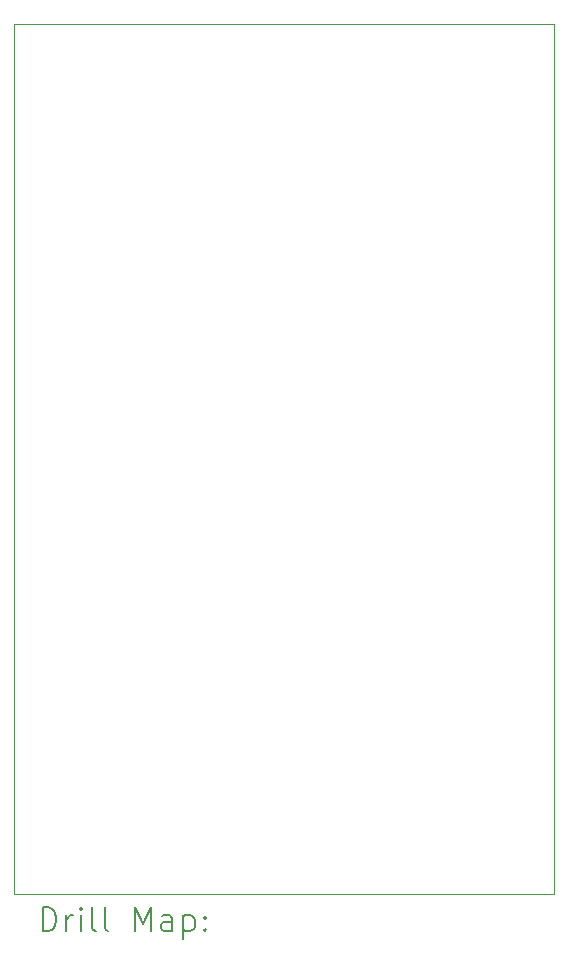
<source format=gbr>
%TF.GenerationSoftware,KiCad,Pcbnew,7.0.2-0*%
%TF.CreationDate,2023-11-12T18:20:21-05:00*%
%TF.ProjectId,Mux Module CD74HCT4067M,4d757820-4d6f-4647-956c-652043443734,rev?*%
%TF.SameCoordinates,Original*%
%TF.FileFunction,Drillmap*%
%TF.FilePolarity,Positive*%
%FSLAX45Y45*%
G04 Gerber Fmt 4.5, Leading zero omitted, Abs format (unit mm)*
G04 Created by KiCad (PCBNEW 7.0.2-0) date 2023-11-12 18:20:21*
%MOMM*%
%LPD*%
G01*
G04 APERTURE LIST*
%ADD10C,0.100000*%
%ADD11C,0.200000*%
G04 APERTURE END LIST*
D10*
X12700000Y-2286000D02*
X17272000Y-2286000D01*
X17272000Y-9652000D01*
X12700000Y-9652000D01*
X12700000Y-2286000D01*
D11*
X12942619Y-9969524D02*
X12942619Y-9769524D01*
X12942619Y-9769524D02*
X12990238Y-9769524D01*
X12990238Y-9769524D02*
X13018809Y-9779048D01*
X13018809Y-9779048D02*
X13037857Y-9798095D01*
X13037857Y-9798095D02*
X13047381Y-9817143D01*
X13047381Y-9817143D02*
X13056905Y-9855238D01*
X13056905Y-9855238D02*
X13056905Y-9883810D01*
X13056905Y-9883810D02*
X13047381Y-9921905D01*
X13047381Y-9921905D02*
X13037857Y-9940952D01*
X13037857Y-9940952D02*
X13018809Y-9960000D01*
X13018809Y-9960000D02*
X12990238Y-9969524D01*
X12990238Y-9969524D02*
X12942619Y-9969524D01*
X13142619Y-9969524D02*
X13142619Y-9836190D01*
X13142619Y-9874286D02*
X13152143Y-9855238D01*
X13152143Y-9855238D02*
X13161667Y-9845714D01*
X13161667Y-9845714D02*
X13180714Y-9836190D01*
X13180714Y-9836190D02*
X13199762Y-9836190D01*
X13266428Y-9969524D02*
X13266428Y-9836190D01*
X13266428Y-9769524D02*
X13256905Y-9779048D01*
X13256905Y-9779048D02*
X13266428Y-9788571D01*
X13266428Y-9788571D02*
X13275952Y-9779048D01*
X13275952Y-9779048D02*
X13266428Y-9769524D01*
X13266428Y-9769524D02*
X13266428Y-9788571D01*
X13390238Y-9969524D02*
X13371190Y-9960000D01*
X13371190Y-9960000D02*
X13361667Y-9940952D01*
X13361667Y-9940952D02*
X13361667Y-9769524D01*
X13495000Y-9969524D02*
X13475952Y-9960000D01*
X13475952Y-9960000D02*
X13466428Y-9940952D01*
X13466428Y-9940952D02*
X13466428Y-9769524D01*
X13723571Y-9969524D02*
X13723571Y-9769524D01*
X13723571Y-9769524D02*
X13790238Y-9912381D01*
X13790238Y-9912381D02*
X13856905Y-9769524D01*
X13856905Y-9769524D02*
X13856905Y-9969524D01*
X14037857Y-9969524D02*
X14037857Y-9864762D01*
X14037857Y-9864762D02*
X14028333Y-9845714D01*
X14028333Y-9845714D02*
X14009286Y-9836190D01*
X14009286Y-9836190D02*
X13971190Y-9836190D01*
X13971190Y-9836190D02*
X13952143Y-9845714D01*
X14037857Y-9960000D02*
X14018809Y-9969524D01*
X14018809Y-9969524D02*
X13971190Y-9969524D01*
X13971190Y-9969524D02*
X13952143Y-9960000D01*
X13952143Y-9960000D02*
X13942619Y-9940952D01*
X13942619Y-9940952D02*
X13942619Y-9921905D01*
X13942619Y-9921905D02*
X13952143Y-9902857D01*
X13952143Y-9902857D02*
X13971190Y-9893333D01*
X13971190Y-9893333D02*
X14018809Y-9893333D01*
X14018809Y-9893333D02*
X14037857Y-9883810D01*
X14133095Y-9836190D02*
X14133095Y-10036190D01*
X14133095Y-9845714D02*
X14152143Y-9836190D01*
X14152143Y-9836190D02*
X14190238Y-9836190D01*
X14190238Y-9836190D02*
X14209286Y-9845714D01*
X14209286Y-9845714D02*
X14218809Y-9855238D01*
X14218809Y-9855238D02*
X14228333Y-9874286D01*
X14228333Y-9874286D02*
X14228333Y-9931429D01*
X14228333Y-9931429D02*
X14218809Y-9950476D01*
X14218809Y-9950476D02*
X14209286Y-9960000D01*
X14209286Y-9960000D02*
X14190238Y-9969524D01*
X14190238Y-9969524D02*
X14152143Y-9969524D01*
X14152143Y-9969524D02*
X14133095Y-9960000D01*
X14314048Y-9950476D02*
X14323571Y-9960000D01*
X14323571Y-9960000D02*
X14314048Y-9969524D01*
X14314048Y-9969524D02*
X14304524Y-9960000D01*
X14304524Y-9960000D02*
X14314048Y-9950476D01*
X14314048Y-9950476D02*
X14314048Y-9969524D01*
X14314048Y-9845714D02*
X14323571Y-9855238D01*
X14323571Y-9855238D02*
X14314048Y-9864762D01*
X14314048Y-9864762D02*
X14304524Y-9855238D01*
X14304524Y-9855238D02*
X14314048Y-9845714D01*
X14314048Y-9845714D02*
X14314048Y-9864762D01*
M02*

</source>
